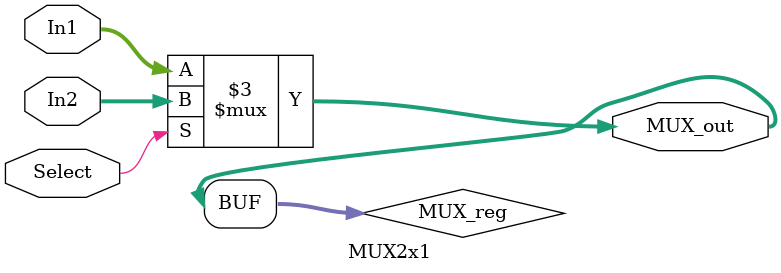
<source format=v>
module MUX2x1 
    #(parameter WIDTH = 32)
(
    input wire [WIDTH-1:0] In1,
    input wire [WIDTH-1:0] In2,
    output wire [WIDTH-1:0] MUX_out,
    input wire Select
);
reg [WIDTH-1:0] MUX_reg;
assign MUX_out = MUX_reg;
    always @(*) begin
        if (Select)
            MUX_reg = In2;
        else
            MUX_reg = In1;
    end
endmodule
</source>
